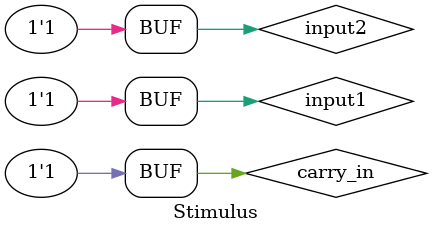
<source format=v>
`timescale 1ns / 1ps


module Stimulus;

	// Inputs
	reg input1;
	reg input2;
	reg carry_in;

	// Outputs
	wire sum;
	wire carry_out;

	// Instantiate the Unit Under Test (UUT)
	FullAdderCircuit uut (
		.input1(input1), 
		.input2(input2), 
		.carry_in(carry_in), 
		.sum(sum), 
		.carry_out(carry_out)
	);

	initial begin
		// Initialize Inputs
		input1 = 0;
		input2 = 0;
		carry_in = 0;

		// Wait 100 ns for global reset to finish
		#100;
        
		// Add stimulus here
		#50 input1=1;
		#50 input2=1;
		#50 carry_in=1;
		
	end
	initial begin
		$monitor("A: %d, B: %d, Carry In: %d\nSum: %d\nCarry Out: %d\n\n", input1, input2, carry_in, sum, carry_out);
	end   
endmodule

</source>
